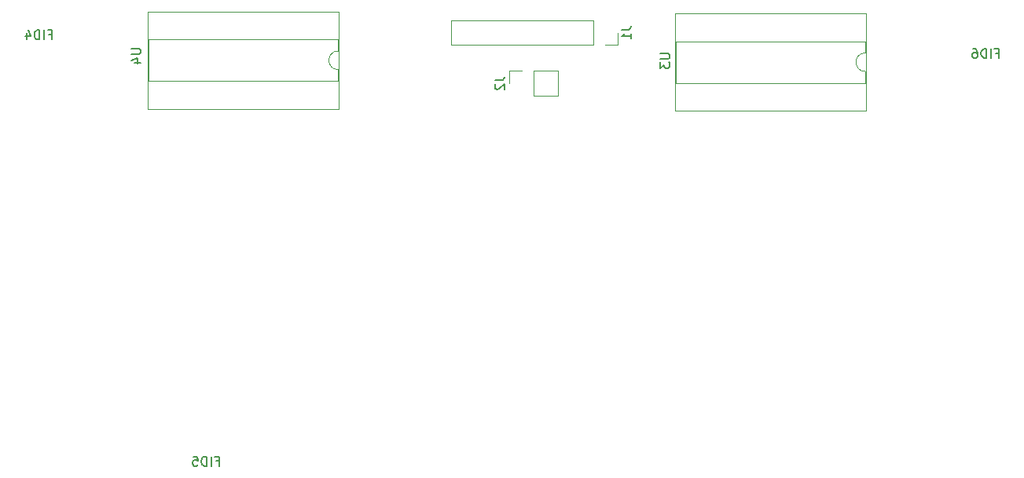
<source format=gbr>
%TF.GenerationSoftware,KiCad,Pcbnew,8.0.4*%
%TF.CreationDate,2024-07-28T18:14:58+03:00*%
%TF.ProjectId,nixie_clock,6e697869-655f-4636-9c6f-636b2e6b6963,rev?*%
%TF.SameCoordinates,Original*%
%TF.FileFunction,Legend,Bot*%
%TF.FilePolarity,Positive*%
%FSLAX46Y46*%
G04 Gerber Fmt 4.6, Leading zero omitted, Abs format (unit mm)*
G04 Created by KiCad (PCBNEW 8.0.4) date 2024-07-28 18:14:58*
%MOMM*%
%LPD*%
G01*
G04 APERTURE LIST*
%ADD10C,0.150000*%
%ADD11C,0.120000*%
%ADD12C,1.500000*%
%ADD13R,1.600000X2.400000*%
%ADD14O,1.600000X2.400000*%
%ADD15R,1.700000X1.700000*%
%ADD16O,1.700000X1.700000*%
%ADD17C,1.600000*%
%ADD18C,3.200000*%
%ADD19C,1.346200*%
%ADD20O,1.600000X1.600000*%
G04 APERTURE END LIST*
D10*
X133071428Y-122216509D02*
X133404761Y-122216509D01*
X133404761Y-122740319D02*
X133404761Y-121740319D01*
X133404761Y-121740319D02*
X132928571Y-121740319D01*
X132547618Y-122740319D02*
X132547618Y-121740319D01*
X132071428Y-122740319D02*
X132071428Y-121740319D01*
X132071428Y-121740319D02*
X131833333Y-121740319D01*
X131833333Y-121740319D02*
X131690476Y-121787938D01*
X131690476Y-121787938D02*
X131595238Y-121883176D01*
X131595238Y-121883176D02*
X131547619Y-121978414D01*
X131547619Y-121978414D02*
X131500000Y-122168890D01*
X131500000Y-122168890D02*
X131500000Y-122311747D01*
X131500000Y-122311747D02*
X131547619Y-122502223D01*
X131547619Y-122502223D02*
X131595238Y-122597461D01*
X131595238Y-122597461D02*
X131690476Y-122692700D01*
X131690476Y-122692700D02*
X131833333Y-122740319D01*
X131833333Y-122740319D02*
X132071428Y-122740319D01*
X130642857Y-121740319D02*
X130833333Y-121740319D01*
X130833333Y-121740319D02*
X130928571Y-121787938D01*
X130928571Y-121787938D02*
X130976190Y-121835557D01*
X130976190Y-121835557D02*
X131071428Y-121978414D01*
X131071428Y-121978414D02*
X131119047Y-122168890D01*
X131119047Y-122168890D02*
X131119047Y-122549842D01*
X131119047Y-122549842D02*
X131071428Y-122645080D01*
X131071428Y-122645080D02*
X131023809Y-122692700D01*
X131023809Y-122692700D02*
X130928571Y-122740319D01*
X130928571Y-122740319D02*
X130738095Y-122740319D01*
X130738095Y-122740319D02*
X130642857Y-122692700D01*
X130642857Y-122692700D02*
X130595238Y-122645080D01*
X130595238Y-122645080D02*
X130547619Y-122549842D01*
X130547619Y-122549842D02*
X130547619Y-122311747D01*
X130547619Y-122311747D02*
X130595238Y-122216509D01*
X130595238Y-122216509D02*
X130642857Y-122168890D01*
X130642857Y-122168890D02*
X130738095Y-122121271D01*
X130738095Y-122121271D02*
X130928571Y-122121271D01*
X130928571Y-122121271D02*
X131023809Y-122168890D01*
X131023809Y-122168890D02*
X131071428Y-122216509D01*
X131071428Y-122216509D02*
X131119047Y-122311747D01*
X49071428Y-166216509D02*
X49404761Y-166216509D01*
X49404761Y-166740319D02*
X49404761Y-165740319D01*
X49404761Y-165740319D02*
X48928571Y-165740319D01*
X48547618Y-166740319D02*
X48547618Y-165740319D01*
X48071428Y-166740319D02*
X48071428Y-165740319D01*
X48071428Y-165740319D02*
X47833333Y-165740319D01*
X47833333Y-165740319D02*
X47690476Y-165787938D01*
X47690476Y-165787938D02*
X47595238Y-165883176D01*
X47595238Y-165883176D02*
X47547619Y-165978414D01*
X47547619Y-165978414D02*
X47500000Y-166168890D01*
X47500000Y-166168890D02*
X47500000Y-166311747D01*
X47500000Y-166311747D02*
X47547619Y-166502223D01*
X47547619Y-166502223D02*
X47595238Y-166597461D01*
X47595238Y-166597461D02*
X47690476Y-166692700D01*
X47690476Y-166692700D02*
X47833333Y-166740319D01*
X47833333Y-166740319D02*
X48071428Y-166740319D01*
X46595238Y-165740319D02*
X47071428Y-165740319D01*
X47071428Y-165740319D02*
X47119047Y-166216509D01*
X47119047Y-166216509D02*
X47071428Y-166168890D01*
X47071428Y-166168890D02*
X46976190Y-166121271D01*
X46976190Y-166121271D02*
X46738095Y-166121271D01*
X46738095Y-166121271D02*
X46642857Y-166168890D01*
X46642857Y-166168890D02*
X46595238Y-166216509D01*
X46595238Y-166216509D02*
X46547619Y-166311747D01*
X46547619Y-166311747D02*
X46547619Y-166549842D01*
X46547619Y-166549842D02*
X46595238Y-166645080D01*
X46595238Y-166645080D02*
X46642857Y-166692700D01*
X46642857Y-166692700D02*
X46738095Y-166740319D01*
X46738095Y-166740319D02*
X46976190Y-166740319D01*
X46976190Y-166740319D02*
X47071428Y-166692700D01*
X47071428Y-166692700D02*
X47119047Y-166645080D01*
X31071428Y-120216509D02*
X31404761Y-120216509D01*
X31404761Y-120740319D02*
X31404761Y-119740319D01*
X31404761Y-119740319D02*
X30928571Y-119740319D01*
X30547618Y-120740319D02*
X30547618Y-119740319D01*
X30071428Y-120740319D02*
X30071428Y-119740319D01*
X30071428Y-119740319D02*
X29833333Y-119740319D01*
X29833333Y-119740319D02*
X29690476Y-119787938D01*
X29690476Y-119787938D02*
X29595238Y-119883176D01*
X29595238Y-119883176D02*
X29547619Y-119978414D01*
X29547619Y-119978414D02*
X29500000Y-120168890D01*
X29500000Y-120168890D02*
X29500000Y-120311747D01*
X29500000Y-120311747D02*
X29547619Y-120502223D01*
X29547619Y-120502223D02*
X29595238Y-120597461D01*
X29595238Y-120597461D02*
X29690476Y-120692700D01*
X29690476Y-120692700D02*
X29833333Y-120740319D01*
X29833333Y-120740319D02*
X30071428Y-120740319D01*
X28642857Y-120073652D02*
X28642857Y-120740319D01*
X28880952Y-119692700D02*
X29119047Y-120406985D01*
X29119047Y-120406985D02*
X28500000Y-120406985D01*
X39954819Y-121738095D02*
X40764342Y-121738095D01*
X40764342Y-121738095D02*
X40859580Y-121785714D01*
X40859580Y-121785714D02*
X40907200Y-121833333D01*
X40907200Y-121833333D02*
X40954819Y-121928571D01*
X40954819Y-121928571D02*
X40954819Y-122119047D01*
X40954819Y-122119047D02*
X40907200Y-122214285D01*
X40907200Y-122214285D02*
X40859580Y-122261904D01*
X40859580Y-122261904D02*
X40764342Y-122309523D01*
X40764342Y-122309523D02*
X39954819Y-122309523D01*
X40288152Y-123214285D02*
X40954819Y-123214285D01*
X39907200Y-122976190D02*
X40621485Y-122738095D01*
X40621485Y-122738095D02*
X40621485Y-123357142D01*
X96954819Y-122238095D02*
X97764342Y-122238095D01*
X97764342Y-122238095D02*
X97859580Y-122285714D01*
X97859580Y-122285714D02*
X97907200Y-122333333D01*
X97907200Y-122333333D02*
X97954819Y-122428571D01*
X97954819Y-122428571D02*
X97954819Y-122619047D01*
X97954819Y-122619047D02*
X97907200Y-122714285D01*
X97907200Y-122714285D02*
X97859580Y-122761904D01*
X97859580Y-122761904D02*
X97764342Y-122809523D01*
X97764342Y-122809523D02*
X96954819Y-122809523D01*
X96954819Y-123190476D02*
X96954819Y-123809523D01*
X96954819Y-123809523D02*
X97335771Y-123476190D01*
X97335771Y-123476190D02*
X97335771Y-123619047D01*
X97335771Y-123619047D02*
X97383390Y-123714285D01*
X97383390Y-123714285D02*
X97431009Y-123761904D01*
X97431009Y-123761904D02*
X97526247Y-123809523D01*
X97526247Y-123809523D02*
X97764342Y-123809523D01*
X97764342Y-123809523D02*
X97859580Y-123761904D01*
X97859580Y-123761904D02*
X97907200Y-123714285D01*
X97907200Y-123714285D02*
X97954819Y-123619047D01*
X97954819Y-123619047D02*
X97954819Y-123333333D01*
X97954819Y-123333333D02*
X97907200Y-123238095D01*
X97907200Y-123238095D02*
X97859580Y-123190476D01*
X92784819Y-119666666D02*
X93499104Y-119666666D01*
X93499104Y-119666666D02*
X93641961Y-119619047D01*
X93641961Y-119619047D02*
X93737200Y-119523809D01*
X93737200Y-119523809D02*
X93784819Y-119380952D01*
X93784819Y-119380952D02*
X93784819Y-119285714D01*
X93784819Y-120666666D02*
X93784819Y-120095238D01*
X93784819Y-120380952D02*
X92784819Y-120380952D01*
X92784819Y-120380952D02*
X92927676Y-120285714D01*
X92927676Y-120285714D02*
X93022914Y-120190476D01*
X93022914Y-120190476D02*
X93070533Y-120095238D01*
X79124819Y-125126666D02*
X79839104Y-125126666D01*
X79839104Y-125126666D02*
X79981961Y-125079047D01*
X79981961Y-125079047D02*
X80077200Y-124983809D01*
X80077200Y-124983809D02*
X80124819Y-124840952D01*
X80124819Y-124840952D02*
X80124819Y-124745714D01*
X79220057Y-125555238D02*
X79172438Y-125602857D01*
X79172438Y-125602857D02*
X79124819Y-125698095D01*
X79124819Y-125698095D02*
X79124819Y-125936190D01*
X79124819Y-125936190D02*
X79172438Y-126031428D01*
X79172438Y-126031428D02*
X79220057Y-126079047D01*
X79220057Y-126079047D02*
X79315295Y-126126666D01*
X79315295Y-126126666D02*
X79410533Y-126126666D01*
X79410533Y-126126666D02*
X79553390Y-126079047D01*
X79553390Y-126079047D02*
X80124819Y-125507619D01*
X80124819Y-125507619D02*
X80124819Y-126126666D01*
D11*
%TO.C,U4*%
X41730000Y-128240000D02*
X62290000Y-128240000D01*
X41730000Y-117740000D02*
X41730000Y-128240000D01*
X41790000Y-125240000D02*
X62230000Y-125240000D01*
X41790000Y-120740000D02*
X41790000Y-125240000D01*
X62230000Y-125240000D02*
X62230000Y-123990000D01*
X62230000Y-121990000D02*
X62230000Y-120740000D01*
X62230000Y-120740000D02*
X41790000Y-120740000D01*
X62290000Y-128240000D02*
X62290000Y-117740000D01*
X62290000Y-117740000D02*
X41730000Y-117740000D01*
X62230000Y-123990000D02*
G75*
G02*
X62230000Y-121990000I0J1000000D01*
G01*
%TO.C,U3*%
X98530000Y-128440000D02*
X119090000Y-128440000D01*
X98530000Y-117940000D02*
X98530000Y-128440000D01*
X98590000Y-125440000D02*
X119030000Y-125440000D01*
X98590000Y-120940000D02*
X98590000Y-125440000D01*
X119030000Y-125440000D02*
X119030000Y-124190000D01*
X119030000Y-122190000D02*
X119030000Y-120940000D01*
X119030000Y-120940000D02*
X98590000Y-120940000D01*
X119090000Y-128440000D02*
X119090000Y-117940000D01*
X119090000Y-117940000D02*
X98530000Y-117940000D01*
X119030000Y-124190000D02*
G75*
G02*
X119030000Y-122190000I0J1000000D01*
G01*
%TO.C,J1*%
X92330000Y-120000000D02*
X92330000Y-121330000D01*
X92330000Y-121330000D02*
X91000000Y-121330000D01*
X74430000Y-121330000D02*
X89730000Y-121330000D01*
X89730000Y-118670000D02*
X89730000Y-121330000D01*
X74430000Y-118670000D02*
X74430000Y-121330000D01*
X74430000Y-118670000D02*
X89730000Y-118670000D01*
%TO.C,J2*%
X85870000Y-126790000D02*
X83270000Y-126790000D01*
X85870000Y-126790000D02*
X85870000Y-124130000D01*
X83270000Y-126790000D02*
X83270000Y-124130000D01*
X85870000Y-124130000D02*
X83270000Y-124130000D01*
X80670000Y-124130000D02*
X82000000Y-124130000D01*
X80670000Y-125460000D02*
X80670000Y-124130000D01*
%TD*%
%LPC*%
D12*
%TO.C,FID6*%
X132000000Y-124000000D03*
%TD*%
%TO.C,FID5*%
X48000000Y-168000000D03*
%TD*%
%TO.C,FID4*%
X30000000Y-122000000D03*
%TD*%
D13*
%TO.C,U4*%
X60900000Y-126800000D03*
D14*
X58360000Y-126800000D03*
X55820000Y-126800000D03*
X53280000Y-126800000D03*
X50740000Y-126800000D03*
X48200000Y-126800000D03*
X45660000Y-126800000D03*
X43120000Y-126800000D03*
X43120000Y-119180000D03*
X45660000Y-119180000D03*
X48200000Y-119180000D03*
X50740000Y-119180000D03*
X53280000Y-119180000D03*
X55820000Y-119180000D03*
X58360000Y-119180000D03*
X60900000Y-119180000D03*
%TD*%
D13*
%TO.C,U3*%
X117700000Y-127000000D03*
D14*
X115160000Y-127000000D03*
X112620000Y-127000000D03*
X110080000Y-127000000D03*
X107540000Y-127000000D03*
X105000000Y-127000000D03*
X102460000Y-127000000D03*
X99920000Y-127000000D03*
X99920000Y-119380000D03*
X102460000Y-119380000D03*
X105000000Y-119380000D03*
X107540000Y-119380000D03*
X110080000Y-119380000D03*
X112620000Y-119380000D03*
X115160000Y-119380000D03*
X117700000Y-119380000D03*
%TD*%
D15*
%TO.C,J1*%
X91000000Y-120000000D03*
D16*
X88460000Y-120000000D03*
X85920000Y-120000000D03*
X83380000Y-120000000D03*
X80840000Y-120000000D03*
X78300000Y-120000000D03*
X75760000Y-120000000D03*
%TD*%
D17*
%TO.C,C2*%
X65000000Y-121500000D03*
X65000000Y-119000000D03*
%TD*%
%TO.C,C1*%
X122000000Y-121000000D03*
X122000000Y-118500000D03*
%TD*%
D18*
%TO.C,H4*%
X26000000Y-117000000D03*
%TD*%
%TO.C,H3*%
X135000000Y-117000000D03*
%TD*%
%TO.C,H2*%
X135000000Y-169000000D03*
%TD*%
%TO.C,H1*%
X26000000Y-169000000D03*
%TD*%
D19*
%TO.C,N3*%
X66092700Y-158484640D03*
X55907300Y-158484640D03*
X54855740Y-161255780D03*
X55213880Y-164194560D03*
X56895360Y-166632960D03*
X59519180Y-168009640D03*
X62480820Y-168009640D03*
X65104640Y-166632960D03*
X66786120Y-164194560D03*
X67144260Y-161255780D03*
X61000000Y-155812560D03*
X58124720Y-156521220D03*
X63875280Y-156521220D03*
%TD*%
%TO.C,N4*%
X40394460Y-156521220D03*
X34643900Y-156521220D03*
X37519180Y-155812560D03*
X43663440Y-161255780D03*
X43305300Y-164194560D03*
X41623820Y-166632960D03*
X39000000Y-168009640D03*
X36038360Y-168009640D03*
X33414540Y-166632960D03*
X31733060Y-164194560D03*
X31374920Y-161255780D03*
X32426480Y-158484640D03*
X42611880Y-158484640D03*
%TD*%
D13*
%TO.C,U8*%
X47000000Y-132000000D03*
D14*
X44460000Y-132000000D03*
X41920000Y-132000000D03*
X39380000Y-132000000D03*
X36840000Y-132000000D03*
X34300000Y-132000000D03*
X31760000Y-132000000D03*
X29220000Y-132000000D03*
X29220000Y-139620000D03*
X31760000Y-139620000D03*
X34300000Y-139620000D03*
X36840000Y-139620000D03*
X39380000Y-139620000D03*
X41920000Y-139620000D03*
X44460000Y-139620000D03*
X47000000Y-139620000D03*
%TD*%
D13*
%TO.C,U6*%
X104240000Y-132180000D03*
D14*
X101700000Y-132180000D03*
X99160000Y-132180000D03*
X96620000Y-132180000D03*
X94080000Y-132180000D03*
X91540000Y-132180000D03*
X89000000Y-132180000D03*
X86460000Y-132180000D03*
X86460000Y-139800000D03*
X89000000Y-139800000D03*
X91540000Y-139800000D03*
X94080000Y-139800000D03*
X96620000Y-139800000D03*
X99160000Y-139800000D03*
X101700000Y-139800000D03*
X104240000Y-139800000D03*
%TD*%
D13*
%TO.C,U5*%
X130900000Y-132200000D03*
D14*
X128360000Y-132200000D03*
X125820000Y-132200000D03*
X123280000Y-132200000D03*
X120740000Y-132200000D03*
X118200000Y-132200000D03*
X115660000Y-132200000D03*
X113120000Y-132200000D03*
X113120000Y-139820000D03*
X115660000Y-139820000D03*
X118200000Y-139820000D03*
X120740000Y-139820000D03*
X123280000Y-139820000D03*
X125820000Y-139820000D03*
X128360000Y-139820000D03*
X130900000Y-139820000D03*
%TD*%
D20*
%TO.C,R4*%
X39920000Y-150000000D03*
D17*
X50080000Y-150000000D03*
%TD*%
%TO.C,R2*%
X106000000Y-150000000D03*
D20*
X95840000Y-150000000D03*
%TD*%
D17*
%TO.C,R1*%
X130000000Y-150000000D03*
D20*
X119840000Y-150000000D03*
%TD*%
D19*
%TO.C,N2*%
X96875280Y-156521220D03*
X91124720Y-156521220D03*
X94000000Y-155812560D03*
X100144260Y-161255780D03*
X99786120Y-164194560D03*
X98104640Y-166632960D03*
X95480820Y-168009640D03*
X92519180Y-168009640D03*
X89895360Y-166632960D03*
X88213880Y-164194560D03*
X87855740Y-161255780D03*
X88907300Y-158484640D03*
X99092700Y-158484640D03*
%TD*%
%TO.C,N1*%
X120375280Y-156521220D03*
X114624720Y-156521220D03*
X117500000Y-155812560D03*
X123644260Y-161255780D03*
X123286120Y-164194560D03*
X121604640Y-166632960D03*
X118980820Y-168009640D03*
X116019180Y-168009640D03*
X113395360Y-166632960D03*
X111713880Y-164194560D03*
X111355740Y-161255780D03*
X112407300Y-158484640D03*
X122592700Y-158484640D03*
%TD*%
D17*
%TO.C,C6*%
X37000000Y-127000000D03*
X37000000Y-124500000D03*
%TD*%
%TO.C,C5*%
X65000000Y-128000000D03*
X65000000Y-125500000D03*
%TD*%
%TO.C,C4*%
X94000000Y-125000000D03*
X94000000Y-127500000D03*
%TD*%
%TO.C,C3*%
X122000000Y-125000000D03*
X122000000Y-127500000D03*
%TD*%
D16*
%TO.C,J2*%
X84540000Y-125460000D03*
D15*
X82000000Y-125460000D03*
%TD*%
D20*
%TO.C,R3*%
X63920000Y-150000000D03*
D17*
X74080000Y-150000000D03*
%TD*%
D13*
%TO.C,U7*%
X75240000Y-132100000D03*
D14*
X72700000Y-132100000D03*
X70160000Y-132100000D03*
X67620000Y-132100000D03*
X65080000Y-132100000D03*
X62540000Y-132100000D03*
X60000000Y-132100000D03*
X57460000Y-132100000D03*
X57460000Y-139720000D03*
X60000000Y-139720000D03*
X62540000Y-139720000D03*
X65080000Y-139720000D03*
X67620000Y-139720000D03*
X70160000Y-139720000D03*
X72700000Y-139720000D03*
X75240000Y-139720000D03*
%TD*%
%LPD*%
M02*

</source>
